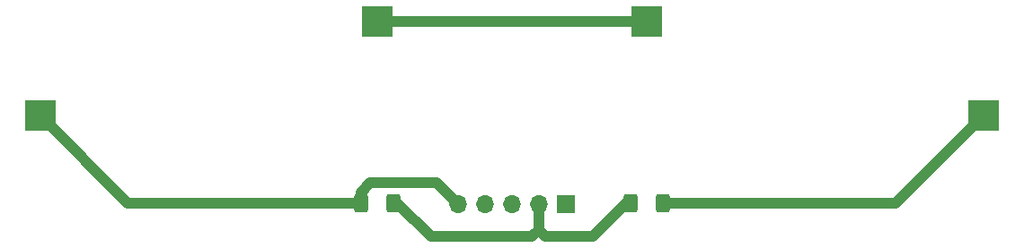
<source format=gbr>
%TF.GenerationSoftware,KiCad,Pcbnew,(6.0.4)*%
%TF.CreationDate,2022-08-22T23:27:17+02:00*%
%TF.ProjectId,SolarCMZ,536f6c61-7243-44d5-9a2e-6b696361645f,rev?*%
%TF.SameCoordinates,Original*%
%TF.FileFunction,Copper,L1,Top*%
%TF.FilePolarity,Positive*%
%FSLAX46Y46*%
G04 Gerber Fmt 4.6, Leading zero omitted, Abs format (unit mm)*
G04 Created by KiCad (PCBNEW (6.0.4)) date 2022-08-22 23:27:17*
%MOMM*%
%LPD*%
G01*
G04 APERTURE LIST*
G04 Aperture macros list*
%AMRoundRect*
0 Rectangle with rounded corners*
0 $1 Rounding radius*
0 $2 $3 $4 $5 $6 $7 $8 $9 X,Y pos of 4 corners*
0 Add a 4 corners polygon primitive as box body*
4,1,4,$2,$3,$4,$5,$6,$7,$8,$9,$2,$3,0*
0 Add four circle primitives for the rounded corners*
1,1,$1+$1,$2,$3*
1,1,$1+$1,$4,$5*
1,1,$1+$1,$6,$7*
1,1,$1+$1,$8,$9*
0 Add four rect primitives between the rounded corners*
20,1,$1+$1,$2,$3,$4,$5,0*
20,1,$1+$1,$4,$5,$6,$7,0*
20,1,$1+$1,$6,$7,$8,$9,0*
20,1,$1+$1,$8,$9,$2,$3,0*%
G04 Aperture macros list end*
%TA.AperFunction,ComponentPad*%
%ADD10R,1.700000X1.700000*%
%TD*%
%TA.AperFunction,ComponentPad*%
%ADD11O,1.700000X1.700000*%
%TD*%
%TA.AperFunction,SMDPad,CuDef*%
%ADD12RoundRect,0.250000X0.400000X0.625000X-0.400000X0.625000X-0.400000X-0.625000X0.400000X-0.625000X0*%
%TD*%
%TA.AperFunction,SMDPad,CuDef*%
%ADD13R,3.000000X3.000000*%
%TD*%
%TA.AperFunction,Conductor*%
%ADD14C,1.000000*%
%TD*%
G04 APERTURE END LIST*
D10*
%TO.P,SolarPanelConnector1,1,Pin_1*%
%TO.N,unconnected-(SolarPanelConnector1-Pad1)*%
X157475000Y-122625000D03*
D11*
%TO.P,SolarPanelConnector1,2,Pin_2*%
%TO.N,Net-(R1-Pad2)*%
X154935000Y-122625000D03*
%TO.P,SolarPanelConnector1,3,Pin_3*%
%TO.N,unconnected-(SolarPanelConnector1-Pad3)*%
X152395000Y-122625000D03*
%TO.P,SolarPanelConnector1,4,Pin_4*%
%TO.N,unconnected-(SolarPanelConnector1-Pad4)*%
X149855000Y-122625000D03*
%TO.P,SolarPanelConnector1,5,Pin_5*%
%TO.N,/Solar2Neg*%
X147315000Y-122625000D03*
%TD*%
D12*
%TO.P,R2,1*%
%TO.N,Net-(R1-Pad2)*%
X141250000Y-122555000D03*
%TO.P,R2,2*%
%TO.N,/Solar2Neg*%
X138150000Y-122555000D03*
%TD*%
%TO.P,R1,1*%
%TO.N,/Solar1Pos*%
X166650000Y-122555000D03*
%TO.P,R1,2*%
%TO.N,Net-(R1-Pad2)*%
X163550000Y-122555000D03*
%TD*%
D13*
%TO.P,Solar2pos,1,Pin_1*%
%TO.N,Net-(SC1-Pad2)*%
X139700000Y-105410000D03*
%TD*%
%TO.P,Solar1neg,1,Pin_1*%
%TO.N,Net-(SC1-Pad2)*%
X165100000Y-105410000D03*
%TD*%
%TO.P,Solar2neg,1,Pin_1*%
%TO.N,/Solar2Neg*%
X107950000Y-114300000D03*
%TD*%
%TO.P,Solar1pos,1,Pin_1*%
%TO.N,/Solar1Pos*%
X196850000Y-114300000D03*
%TD*%
D14*
%TO.N,Net-(SC1-Pad2)*%
X139700000Y-105410000D02*
X165100000Y-105410000D01*
%TO.N,/Solar2Neg*%
X138150000Y-121565000D02*
X139065000Y-120650000D01*
X145340000Y-120650000D02*
X147315000Y-122625000D01*
X138150000Y-122555000D02*
X138150000Y-121565000D01*
X139065000Y-120650000D02*
X145340000Y-120650000D01*
%TO.N,Net-(R1-Pad2)*%
X144780000Y-125730000D02*
X154295000Y-125730000D01*
X141605000Y-122555000D02*
X144780000Y-125730000D01*
X141250000Y-122555000D02*
X141605000Y-122555000D01*
X154295000Y-125730000D02*
X154935000Y-125090000D01*
X154935000Y-125090000D02*
X154935000Y-122625000D01*
X160020000Y-125730000D02*
X155575000Y-125730000D01*
X163195000Y-122555000D02*
X160020000Y-125730000D01*
X155575000Y-125730000D02*
X154935000Y-125090000D01*
X163550000Y-122555000D02*
X163195000Y-122555000D01*
%TO.N,/Solar1Pos*%
X188595000Y-122555000D02*
X196850000Y-114300000D01*
X166650000Y-122555000D02*
X188595000Y-122555000D01*
%TO.N,/Solar2Neg*%
X116205000Y-122555000D02*
X107950000Y-114300000D01*
X138150000Y-122555000D02*
X116205000Y-122555000D01*
%TD*%
M02*

</source>
